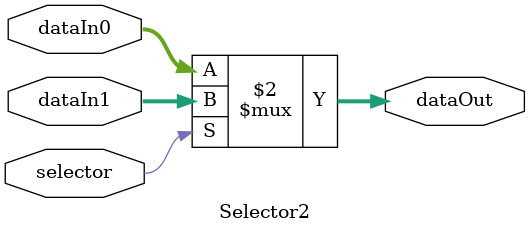
<source format=v>
`timescale 1ns / 1ps

module Selector2(
    input selector,
    input [31:0] dataIn0,
    input [31:0] dataIn1,
    output [31:0] dataOut
    );

    assign dataOut = (selector == 1'B0 ? dataIn0 : dataIn1);
endmodule

</source>
